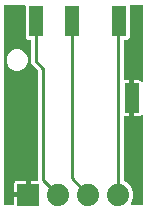
<source format=gbr>
G04 EAGLE Gerber RS-274X export*
G75*
%MOMM*%
%FSLAX34Y34*%
%LPD*%
%INTop Copper*%
%IPPOS*%
%AMOC8*
5,1,8,0,0,1.08239X$1,22.5*%
G01*
%ADD10R,1.200000X2.500000*%
%ADD11R,1.879600X1.879600*%
%ADD12C,1.879600*%
%ADD13C,0.254000*%
%ADD14C,1.016000*%

G36*
X12504Y4327D02*
X12504Y4327D01*
X12562Y4325D01*
X12644Y4347D01*
X12728Y4359D01*
X12781Y4382D01*
X12837Y4397D01*
X12910Y4440D01*
X12987Y4475D01*
X13032Y4513D01*
X13082Y4542D01*
X13140Y4604D01*
X13204Y4658D01*
X13236Y4707D01*
X13276Y4750D01*
X13315Y4825D01*
X13362Y4895D01*
X13379Y4951D01*
X13406Y5003D01*
X13417Y5071D01*
X13447Y5166D01*
X13450Y5266D01*
X13461Y5334D01*
X13461Y10669D01*
X24384Y10669D01*
X24442Y10677D01*
X24500Y10675D01*
X24582Y10697D01*
X24665Y10709D01*
X24719Y10733D01*
X24775Y10747D01*
X24848Y10790D01*
X24925Y10825D01*
X24969Y10863D01*
X25020Y10893D01*
X25077Y10954D01*
X25142Y11009D01*
X25174Y11057D01*
X25214Y11100D01*
X25253Y11175D01*
X25299Y11245D01*
X25317Y11301D01*
X25344Y11353D01*
X25355Y11421D01*
X25385Y11516D01*
X25388Y11616D01*
X25399Y11684D01*
X25399Y12701D01*
X26416Y12701D01*
X26474Y12709D01*
X26532Y12708D01*
X26614Y12729D01*
X26697Y12741D01*
X26751Y12765D01*
X26807Y12779D01*
X26880Y12822D01*
X26957Y12857D01*
X27002Y12895D01*
X27052Y12925D01*
X27110Y12986D01*
X27174Y13041D01*
X27206Y13089D01*
X27246Y13132D01*
X27285Y13207D01*
X27331Y13277D01*
X27349Y13333D01*
X27376Y13385D01*
X27387Y13453D01*
X27417Y13548D01*
X27420Y13648D01*
X27431Y13716D01*
X27431Y24639D01*
X32766Y24639D01*
X32824Y24647D01*
X32882Y24645D01*
X32964Y24667D01*
X33048Y24679D01*
X33101Y24702D01*
X33157Y24717D01*
X33230Y24760D01*
X33307Y24795D01*
X33352Y24833D01*
X33402Y24862D01*
X33460Y24924D01*
X33524Y24978D01*
X33556Y25027D01*
X33596Y25070D01*
X33635Y25145D01*
X33682Y25215D01*
X33699Y25271D01*
X33726Y25323D01*
X33737Y25391D01*
X33767Y25486D01*
X33770Y25586D01*
X33781Y25654D01*
X33781Y117171D01*
X33769Y117257D01*
X33766Y117345D01*
X33749Y117397D01*
X33741Y117452D01*
X33706Y117532D01*
X33679Y117615D01*
X33651Y117654D01*
X33625Y117711D01*
X33529Y117825D01*
X33484Y117888D01*
X27431Y123941D01*
X27431Y142936D01*
X27423Y142994D01*
X27425Y143052D01*
X27403Y143134D01*
X27391Y143218D01*
X27368Y143271D01*
X27353Y143327D01*
X27310Y143400D01*
X27275Y143477D01*
X27237Y143522D01*
X27208Y143572D01*
X27146Y143630D01*
X27092Y143694D01*
X27043Y143726D01*
X27000Y143766D01*
X26925Y143805D01*
X26855Y143852D01*
X26799Y143869D01*
X26747Y143896D01*
X26679Y143907D01*
X26584Y143937D01*
X26484Y143940D01*
X26416Y143951D01*
X24737Y143951D01*
X22951Y145737D01*
X22951Y172466D01*
X22943Y172524D01*
X22945Y172582D01*
X22923Y172664D01*
X22911Y172748D01*
X22888Y172801D01*
X22873Y172857D01*
X22830Y172930D01*
X22795Y173007D01*
X22757Y173052D01*
X22728Y173102D01*
X22666Y173160D01*
X22612Y173224D01*
X22563Y173256D01*
X22520Y173296D01*
X22445Y173335D01*
X22375Y173382D01*
X22319Y173399D01*
X22267Y173426D01*
X22199Y173437D01*
X22104Y173467D01*
X22004Y173470D01*
X21936Y173481D01*
X5334Y173481D01*
X5276Y173473D01*
X5218Y173475D01*
X5136Y173453D01*
X5052Y173441D01*
X4999Y173418D01*
X4943Y173403D01*
X4870Y173360D01*
X4793Y173325D01*
X4748Y173287D01*
X4698Y173258D01*
X4640Y173196D01*
X4576Y173142D01*
X4544Y173093D01*
X4504Y173050D01*
X4465Y172975D01*
X4418Y172905D01*
X4401Y172849D01*
X4374Y172797D01*
X4363Y172729D01*
X4333Y172634D01*
X4330Y172534D01*
X4319Y172466D01*
X4319Y5334D01*
X4327Y5276D01*
X4325Y5218D01*
X4347Y5136D01*
X4359Y5052D01*
X4382Y4999D01*
X4397Y4943D01*
X4440Y4870D01*
X4475Y4793D01*
X4513Y4748D01*
X4542Y4698D01*
X4604Y4640D01*
X4658Y4576D01*
X4707Y4544D01*
X4750Y4504D01*
X4825Y4465D01*
X4895Y4418D01*
X4951Y4401D01*
X5003Y4374D01*
X5071Y4363D01*
X5166Y4333D01*
X5266Y4330D01*
X5334Y4319D01*
X12446Y4319D01*
X12504Y4327D01*
G37*
G36*
X121529Y4327D02*
X121529Y4327D01*
X121587Y4325D01*
X121669Y4347D01*
X121754Y4359D01*
X121806Y4382D01*
X121862Y4397D01*
X121935Y4440D01*
X122013Y4475D01*
X122057Y4512D01*
X122107Y4542D01*
X122165Y4604D01*
X122230Y4658D01*
X122262Y4707D01*
X122302Y4749D01*
X122340Y4824D01*
X122388Y4895D01*
X122405Y4950D01*
X122431Y5002D01*
X122443Y5070D01*
X122473Y5166D01*
X122476Y5265D01*
X122487Y5333D01*
X122571Y79525D01*
X122567Y79555D01*
X122569Y79585D01*
X122547Y79695D01*
X122531Y79807D01*
X122519Y79834D01*
X122513Y79864D01*
X122461Y79964D01*
X122415Y80067D01*
X122396Y80089D01*
X122382Y80116D01*
X122305Y80198D01*
X122232Y80284D01*
X122207Y80300D01*
X122186Y80322D01*
X122089Y80379D01*
X121995Y80442D01*
X121967Y80451D01*
X121941Y80466D01*
X121832Y80494D01*
X121724Y80528D01*
X121695Y80529D01*
X121666Y80536D01*
X121553Y80532D01*
X121440Y80535D01*
X121411Y80528D01*
X121381Y80527D01*
X121274Y80492D01*
X121165Y80464D01*
X121139Y80449D01*
X121111Y80439D01*
X121047Y80394D01*
X120921Y80319D01*
X120877Y80273D01*
X120838Y80244D01*
X120560Y79967D01*
X119981Y79632D01*
X119334Y79459D01*
X115031Y79459D01*
X115031Y93484D01*
X115023Y93542D01*
X115024Y93600D01*
X115003Y93682D01*
X114991Y93765D01*
X114967Y93819D01*
X114953Y93875D01*
X114910Y93948D01*
X114875Y94025D01*
X114837Y94069D01*
X114807Y94120D01*
X114746Y94177D01*
X114691Y94242D01*
X114643Y94274D01*
X114600Y94314D01*
X114525Y94353D01*
X114455Y94399D01*
X114399Y94417D01*
X114347Y94444D01*
X114279Y94455D01*
X114184Y94485D01*
X114084Y94488D01*
X114016Y94499D01*
X111984Y94499D01*
X111926Y94491D01*
X111868Y94492D01*
X111786Y94471D01*
X111703Y94459D01*
X111649Y94435D01*
X111593Y94421D01*
X111520Y94378D01*
X111443Y94343D01*
X111398Y94305D01*
X111348Y94275D01*
X111290Y94214D01*
X111226Y94159D01*
X111194Y94111D01*
X111154Y94068D01*
X111115Y93993D01*
X111069Y93923D01*
X111051Y93867D01*
X111024Y93815D01*
X111013Y93747D01*
X110983Y93652D01*
X110980Y93552D01*
X110969Y93484D01*
X110969Y79459D01*
X106934Y79459D01*
X106876Y79451D01*
X106818Y79453D01*
X106736Y79431D01*
X106652Y79419D01*
X106599Y79396D01*
X106543Y79381D01*
X106470Y79338D01*
X106393Y79303D01*
X106348Y79265D01*
X106298Y79236D01*
X106240Y79174D01*
X106176Y79120D01*
X106144Y79071D01*
X106104Y79028D01*
X106065Y78953D01*
X106018Y78883D01*
X106001Y78827D01*
X105974Y78775D01*
X105963Y78707D01*
X105933Y78612D01*
X105930Y78512D01*
X105919Y78444D01*
X105919Y25062D01*
X105919Y25060D01*
X105919Y25059D01*
X105939Y24919D01*
X105959Y24780D01*
X105959Y24779D01*
X105959Y24777D01*
X106019Y24645D01*
X106075Y24521D01*
X106076Y24520D01*
X106077Y24518D01*
X106168Y24411D01*
X106258Y24304D01*
X106260Y24303D01*
X106261Y24302D01*
X106274Y24294D01*
X106495Y24146D01*
X106524Y24137D01*
X106545Y24124D01*
X108651Y23252D01*
X112152Y19751D01*
X114047Y15176D01*
X114047Y10224D01*
X112182Y5723D01*
X112153Y5611D01*
X112119Y5502D01*
X112118Y5474D01*
X112111Y5447D01*
X112114Y5333D01*
X112111Y5218D01*
X112118Y5191D01*
X112119Y5163D01*
X112154Y5054D01*
X112183Y4943D01*
X112197Y4919D01*
X112206Y4892D01*
X112270Y4797D01*
X112329Y4698D01*
X112349Y4679D01*
X112364Y4656D01*
X112452Y4582D01*
X112536Y4504D01*
X112561Y4491D01*
X112582Y4473D01*
X112687Y4427D01*
X112789Y4374D01*
X112814Y4370D01*
X112842Y4358D01*
X113105Y4321D01*
X113120Y4319D01*
X121472Y4319D01*
X121529Y4327D01*
G37*
G36*
X114074Y94509D02*
X114074Y94509D01*
X114132Y94508D01*
X114214Y94529D01*
X114297Y94541D01*
X114351Y94565D01*
X114407Y94579D01*
X114480Y94622D01*
X114557Y94657D01*
X114601Y94695D01*
X114652Y94725D01*
X114709Y94786D01*
X114774Y94841D01*
X114806Y94889D01*
X114846Y94932D01*
X114885Y95007D01*
X114931Y95077D01*
X114949Y95133D01*
X114976Y95185D01*
X114987Y95253D01*
X115017Y95348D01*
X115020Y95448D01*
X115031Y95516D01*
X115031Y109541D01*
X119334Y109541D01*
X119981Y109368D01*
X120560Y109033D01*
X120871Y108722D01*
X120894Y108705D01*
X120913Y108683D01*
X121007Y108619D01*
X121098Y108551D01*
X121125Y108541D01*
X121149Y108525D01*
X121258Y108490D01*
X121364Y108450D01*
X121393Y108447D01*
X121420Y108439D01*
X121534Y108436D01*
X121647Y108426D01*
X121676Y108432D01*
X121704Y108431D01*
X121814Y108460D01*
X121926Y108482D01*
X121952Y108495D01*
X121980Y108503D01*
X122077Y108561D01*
X122178Y108613D01*
X122199Y108633D01*
X122224Y108648D01*
X122302Y108730D01*
X122385Y108809D01*
X122399Y108834D01*
X122419Y108855D01*
X122471Y108956D01*
X122528Y109054D01*
X122535Y109082D01*
X122549Y109108D01*
X122562Y109185D01*
X122598Y109330D01*
X122596Y109391D01*
X122604Y109439D01*
X122675Y172465D01*
X122667Y172523D01*
X122669Y172582D01*
X122647Y172663D01*
X122636Y172746D01*
X122612Y172800D01*
X122597Y172857D01*
X122554Y172929D01*
X122520Y173006D01*
X122482Y173051D01*
X122452Y173102D01*
X122390Y173159D01*
X122336Y173223D01*
X122287Y173256D01*
X122244Y173296D01*
X122170Y173334D01*
X122100Y173381D01*
X122044Y173399D01*
X121991Y173426D01*
X121923Y173437D01*
X121829Y173467D01*
X121728Y173470D01*
X121660Y173481D01*
X112064Y173481D01*
X112006Y173473D01*
X111948Y173475D01*
X111866Y173453D01*
X111782Y173441D01*
X111729Y173418D01*
X111673Y173403D01*
X111600Y173360D01*
X111523Y173325D01*
X111478Y173287D01*
X111428Y173258D01*
X111370Y173196D01*
X111306Y173142D01*
X111274Y173093D01*
X111234Y173050D01*
X111195Y172975D01*
X111148Y172905D01*
X111131Y172849D01*
X111104Y172797D01*
X111093Y172729D01*
X111063Y172634D01*
X111060Y172534D01*
X111049Y172466D01*
X111049Y145737D01*
X109263Y143951D01*
X106934Y143951D01*
X106876Y143943D01*
X106818Y143945D01*
X106736Y143923D01*
X106652Y143911D01*
X106599Y143888D01*
X106543Y143873D01*
X106470Y143830D01*
X106393Y143795D01*
X106348Y143757D01*
X106298Y143728D01*
X106240Y143666D01*
X106176Y143612D01*
X106144Y143563D01*
X106104Y143520D01*
X106065Y143445D01*
X106018Y143375D01*
X106001Y143319D01*
X105974Y143267D01*
X105963Y143199D01*
X105933Y143104D01*
X105930Y143004D01*
X105919Y142936D01*
X105919Y110556D01*
X105927Y110498D01*
X105925Y110440D01*
X105947Y110358D01*
X105959Y110274D01*
X105982Y110221D01*
X105997Y110165D01*
X106040Y110092D01*
X106075Y110015D01*
X106113Y109970D01*
X106142Y109920D01*
X106204Y109862D01*
X106258Y109798D01*
X106307Y109766D01*
X106350Y109726D01*
X106425Y109687D01*
X106495Y109640D01*
X106551Y109623D01*
X106603Y109596D01*
X106671Y109585D01*
X106766Y109555D01*
X106866Y109552D01*
X106934Y109541D01*
X110969Y109541D01*
X110969Y95516D01*
X110977Y95458D01*
X110975Y95400D01*
X110997Y95318D01*
X111009Y95235D01*
X111033Y95181D01*
X111047Y95125D01*
X111090Y95052D01*
X111125Y94975D01*
X111163Y94931D01*
X111193Y94880D01*
X111254Y94823D01*
X111309Y94758D01*
X111357Y94726D01*
X111400Y94686D01*
X111475Y94647D01*
X111545Y94601D01*
X111601Y94583D01*
X111653Y94556D01*
X111721Y94545D01*
X111816Y94515D01*
X111916Y94512D01*
X111984Y94501D01*
X114016Y94501D01*
X114074Y94509D01*
G37*
%LPC*%
G36*
X14200Y117951D02*
X14200Y117951D01*
X10874Y119329D01*
X8329Y121874D01*
X6951Y125200D01*
X6951Y128800D01*
X8329Y132126D01*
X10874Y134671D01*
X14200Y136049D01*
X17800Y136049D01*
X21126Y134671D01*
X23671Y132126D01*
X25049Y128800D01*
X25049Y125200D01*
X23671Y121874D01*
X21126Y119329D01*
X17800Y117951D01*
X14200Y117951D01*
G37*
%LPD*%
%LPC*%
G36*
X13461Y14731D02*
X13461Y14731D01*
X13461Y22432D01*
X13634Y23079D01*
X13969Y23658D01*
X14442Y24131D01*
X15021Y24466D01*
X15668Y24639D01*
X23369Y24639D01*
X23369Y14731D01*
X13461Y14731D01*
G37*
%LPD*%
D10*
X102000Y159500D03*
X113000Y94500D03*
X62000Y159500D03*
X32000Y159500D03*
D11*
X25400Y12700D03*
D12*
X50800Y12700D03*
X76200Y12700D03*
X101600Y12700D03*
D13*
X62230Y159270D02*
X62000Y159500D01*
X62230Y159270D02*
X62230Y26670D01*
X76200Y12700D01*
X101600Y159100D02*
X102000Y159500D01*
X101600Y159100D02*
X101600Y12700D01*
X38100Y25400D02*
X38100Y119380D01*
X31750Y125730D01*
X31750Y159250D01*
X32000Y159500D01*
X38100Y25400D02*
X50800Y12700D01*
D14*
X114300Y50800D03*
M02*

</source>
